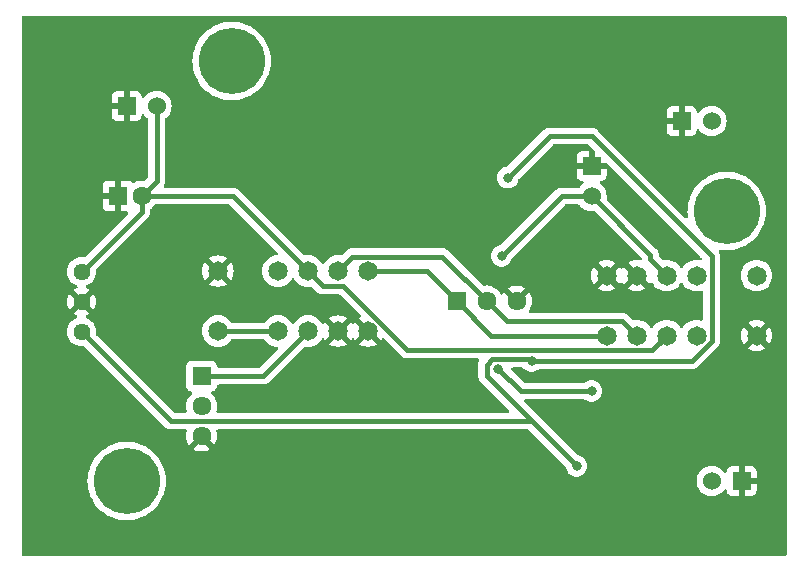
<source format=gbr>
%TF.GenerationSoftware,KiCad,Pcbnew,7.0.2*%
%TF.CreationDate,2023-06-01T11:44:41+02:00*%
%TF.ProjectId,AMS & IMD Reset,414d5320-2620-4494-9d44-205265736574,rev?*%
%TF.SameCoordinates,Original*%
%TF.FileFunction,Copper,L2,Bot*%
%TF.FilePolarity,Positive*%
%FSLAX46Y46*%
G04 Gerber Fmt 4.6, Leading zero omitted, Abs format (unit mm)*
G04 Created by KiCad (PCBNEW 7.0.2) date 2023-06-01 11:44:41*
%MOMM*%
%LPD*%
G01*
G04 APERTURE LIST*
%TA.AperFunction,ComponentPad*%
%ADD10C,5.600000*%
%TD*%
%TA.AperFunction,ComponentPad*%
%ADD11R,1.530000X1.530000*%
%TD*%
%TA.AperFunction,ComponentPad*%
%ADD12C,1.530000*%
%TD*%
%TA.AperFunction,ComponentPad*%
%ADD13R,1.610000X1.610000*%
%TD*%
%TA.AperFunction,ComponentPad*%
%ADD14C,1.610000*%
%TD*%
%TA.AperFunction,ComponentPad*%
%ADD15C,1.650000*%
%TD*%
%TA.AperFunction,ComponentPad*%
%ADD16R,1.600000X1.600000*%
%TD*%
%TA.AperFunction,ComponentPad*%
%ADD17C,1.600000*%
%TD*%
%TA.AperFunction,ComponentPad*%
%ADD18C,1.440000*%
%TD*%
%TA.AperFunction,ViaPad*%
%ADD19C,0.800000*%
%TD*%
%TA.AperFunction,Conductor*%
%ADD20C,0.400000*%
%TD*%
G04 APERTURE END LIST*
D10*
%TO.P,,1*%
%TO.N,N/C*%
X127000000Y-115290000D03*
%TD*%
%TO.P,,1*%
%TO.N,N/C*%
X177800000Y-92430000D03*
%TD*%
%TO.P,,1*%
%TO.N,N/C*%
X135890000Y-79730000D03*
%TD*%
D11*
%TO.P,J3,1,1*%
%TO.N,GND*%
X173990000Y-84810000D03*
D12*
%TO.P,J3,2,2*%
%TO.N,/SC in*%
X176530000Y-84810000D03*
%TD*%
D13*
%TO.P,J1,1,1*%
%TO.N,IMD Indicator*%
X133350000Y-106400000D03*
D14*
%TO.P,J1,2,2*%
%TO.N,OK_HS_IMD*%
X133350000Y-108940000D03*
%TO.P,J1,3,3*%
%TO.N,GND*%
X133350000Y-111480000D03*
%TD*%
D15*
%TO.P,K3,1,1*%
%TO.N,Net-(K3-Pad1)*%
X180340000Y-97891905D03*
%TO.P,K3,2,2*%
X175260000Y-97891905D03*
%TO.P,K3,3,3*%
%TO.N,AMS Status*%
X172720000Y-97891905D03*
%TO.P,K3,4,4*%
%TO.N,GND*%
X170180000Y-97891905D03*
%TO.P,K3,5,5*%
X167640000Y-97891905D03*
%TO.P,K3,6,6*%
%TO.N,/NO Button*%
X167640000Y-102971905D03*
%TO.P,K3,7,7*%
%TO.N,/C Button + LED*%
X170180000Y-102971905D03*
%TO.P,K3,8,8*%
%TO.N,+12V*%
X172720000Y-102971905D03*
%TO.P,K3,9,9*%
%TO.N,Net-(K3-Pad9)*%
X175260000Y-102971905D03*
%TO.P,K3,10,10*%
%TO.N,GND*%
X180340000Y-102971905D03*
%TD*%
D11*
%TO.P,J5,1,1*%
%TO.N,GND*%
X179070000Y-115290000D03*
D12*
%TO.P,J5,2,2*%
%TO.N,/SC out*%
X176530000Y-115290000D03*
%TD*%
D16*
%TO.P,C1,1*%
%TO.N,GND*%
X126270000Y-91160000D03*
D17*
%TO.P,C1,2*%
%TO.N,+12V*%
X128270000Y-91160000D03*
%TD*%
D11*
%TO.P,J6,1,1*%
%TO.N,GND*%
X166370000Y-88620000D03*
D12*
%TO.P,J6,2,2*%
%TO.N,AMS Status*%
X166370000Y-91160000D03*
%TD*%
D15*
%TO.P,K2,1,1*%
%TO.N,Net-(K2-Pad1)*%
X134731500Y-102590000D03*
%TO.P,K2,2,2*%
X139811500Y-102590000D03*
%TO.P,K2,3,3*%
%TO.N,IMD Indicator*%
X142351500Y-102590000D03*
%TO.P,K2,4,4*%
%TO.N,GND*%
X144891500Y-102590000D03*
%TO.P,K2,5,5*%
X147431500Y-102590000D03*
%TO.P,K2,6,6*%
%TO.N,/NO Button*%
X147431500Y-97510000D03*
%TO.P,K2,7,7*%
%TO.N,/C Button + LED*%
X144891500Y-97510000D03*
%TO.P,K2,8,8*%
%TO.N,+12V*%
X142351500Y-97510000D03*
%TO.P,K2,9,9*%
%TO.N,Net-(K2-Pad9)*%
X139811500Y-97510000D03*
%TO.P,K2,10,10*%
%TO.N,GND*%
X134731500Y-97510000D03*
%TD*%
D13*
%TO.P,J2,1,1*%
%TO.N,/NO Button*%
X154940000Y-100050000D03*
D14*
%TO.P,J2,2,2*%
%TO.N,/C Button + LED*%
X157480000Y-100050000D03*
%TO.P,J2,3,3*%
%TO.N,GND*%
X160020000Y-100050000D03*
%TD*%
D11*
%TO.P,J4,1,1*%
%TO.N,GND*%
X127000000Y-83540000D03*
D12*
%TO.P,J4,2,2*%
%TO.N,+12V*%
X129540000Y-83540000D03*
%TD*%
D18*
%TO.P,U1,1,+VIN*%
%TO.N,+12V*%
X123190000Y-97570000D03*
%TO.P,U1,2,GND*%
%TO.N,GND*%
X123190000Y-100110000D03*
%TO.P,U1,3,+VOUT*%
%TO.N,+5V*%
X123190000Y-102650000D03*
%TD*%
D19*
%TO.N,+5V*%
X161290000Y-105130000D03*
X165100000Y-114020000D03*
X159276000Y-89610000D03*
%TO.N,AMS Status*%
X158750000Y-96240000D03*
%TO.N,/Opto IMD*%
X166370000Y-107670000D03*
X158482000Y-105765000D03*
%TD*%
D20*
%TO.N,+5V*%
X176530000Y-103434317D02*
X174834317Y-105130000D01*
X176530000Y-96240000D02*
X176530000Y-103434317D01*
X174834317Y-105130000D02*
X161290000Y-105130000D01*
X166370000Y-86080000D02*
X176530000Y-96240000D01*
X162806000Y-86080000D02*
X166370000Y-86080000D01*
X159276000Y-89610000D02*
X162806000Y-86080000D01*
%TO.N,AMS Status*%
X171338500Y-96510405D02*
X172720000Y-97891905D01*
X171338500Y-96128500D02*
X171338500Y-96510405D01*
%TO.N,+12V*%
X171495000Y-104196905D02*
X172720000Y-102971905D01*
X150770817Y-104196905D02*
X171495000Y-104196905D01*
X145353912Y-98780000D02*
X150770817Y-104196905D01*
X143621500Y-98780000D02*
X145353912Y-98780000D01*
X142351500Y-97510000D02*
X143621500Y-98780000D01*
%TO.N,/C Button + LED*%
X159176905Y-101746905D02*
X168955000Y-101746905D01*
X157480000Y-100050000D02*
X159176905Y-101746905D01*
X168955000Y-101746905D02*
X170180000Y-102971905D01*
%TO.N,/NO Button*%
X157861905Y-102971905D02*
X167640000Y-102971905D01*
%TO.N,+5V*%
X157948629Y-104965000D02*
X161125000Y-104965000D01*
X161125000Y-104965000D02*
X161290000Y-105130000D01*
X157480000Y-105433629D02*
X157948629Y-104965000D01*
X157480000Y-106400000D02*
X157480000Y-105433629D01*
X161290000Y-110210000D02*
X157480000Y-106400000D01*
X161290000Y-110210000D02*
X165100000Y-114020000D01*
X130750000Y-110210000D02*
X161290000Y-110210000D01*
X123190000Y-102650000D02*
X130750000Y-110210000D01*
%TO.N,AMS Status*%
X163830000Y-91160000D02*
X158750000Y-96240000D01*
X166370000Y-91160000D02*
X163830000Y-91160000D01*
%TO.N,/Opto IMD*%
X160387000Y-107670000D02*
X166370000Y-107670000D01*
X158482000Y-105765000D02*
X160387000Y-107670000D01*
%TO.N,IMD Indicator*%
X138541500Y-106400000D02*
X142351500Y-102590000D01*
X133350000Y-106400000D02*
X138541500Y-106400000D01*
%TO.N,AMS Status*%
X166370000Y-91160000D02*
X171338500Y-96128500D01*
%TO.N,Net-(K2-Pad1)*%
X139811500Y-102590000D02*
X134731500Y-102590000D01*
%TO.N,/C Button + LED*%
X146116500Y-96285000D02*
X144891500Y-97510000D01*
X153715000Y-96285000D02*
X146116500Y-96285000D01*
X157480000Y-100050000D02*
X153715000Y-96285000D01*
%TO.N,/NO Button*%
X154940000Y-100050000D02*
X157861905Y-102971905D01*
X152400000Y-97510000D02*
X154940000Y-100050000D01*
X147431500Y-97510000D02*
X152400000Y-97510000D01*
%TO.N,+12V*%
X136001500Y-91160000D02*
X128270000Y-91160000D01*
X142351500Y-97510000D02*
X136001500Y-91160000D01*
X128270000Y-92490000D02*
X123190000Y-97570000D01*
X128270000Y-91160000D02*
X128270000Y-92490000D01*
X129540000Y-89890000D02*
X128270000Y-91160000D01*
X129540000Y-83540000D02*
X129540000Y-89890000D01*
%TD*%
%TA.AperFunction,Conductor*%
%TO.N,GND*%
G36*
X135723707Y-91888185D02*
G01*
X135744349Y-91904819D01*
X139806858Y-95967328D01*
X139840343Y-96028651D01*
X139835359Y-96098343D01*
X139793487Y-96154276D01*
X139729984Y-96178537D01*
X139579058Y-96191741D01*
X139353672Y-96252133D01*
X139142202Y-96350744D01*
X138951067Y-96484578D01*
X138786078Y-96649567D01*
X138652244Y-96840702D01*
X138553633Y-97052172D01*
X138493241Y-97277558D01*
X138472905Y-97510000D01*
X138493241Y-97742441D01*
X138553633Y-97967827D01*
X138637333Y-98147320D01*
X138652244Y-98179297D01*
X138786078Y-98370432D01*
X138951068Y-98535422D01*
X139142203Y-98669256D01*
X139353674Y-98767867D01*
X139579056Y-98828258D01*
X139811500Y-98848594D01*
X140043944Y-98828258D01*
X140269326Y-98767867D01*
X140480797Y-98669256D01*
X140671932Y-98535422D01*
X140836922Y-98370432D01*
X140970756Y-98179297D01*
X140970756Y-98179296D01*
X140976978Y-98170411D01*
X140978868Y-98171734D01*
X141015289Y-98130371D01*
X141082483Y-98111218D01*
X141149364Y-98131433D01*
X141184227Y-98171667D01*
X141186022Y-98170411D01*
X141192243Y-98179296D01*
X141192244Y-98179297D01*
X141326078Y-98370432D01*
X141491068Y-98535422D01*
X141682203Y-98669256D01*
X141893674Y-98767867D01*
X142119056Y-98828258D01*
X142351500Y-98848594D01*
X142594752Y-98827313D01*
X142594935Y-98829404D01*
X142650749Y-98830725D01*
X142700692Y-98861162D01*
X143102723Y-99263193D01*
X143107857Y-99268647D01*
X143148225Y-99314214D01*
X143198322Y-99348793D01*
X143204356Y-99353233D01*
X143252275Y-99390776D01*
X143261732Y-99395032D01*
X143281284Y-99406058D01*
X143289825Y-99411954D01*
X143346765Y-99433547D01*
X143353669Y-99436408D01*
X143409171Y-99461388D01*
X143419382Y-99463259D01*
X143440988Y-99469282D01*
X143450699Y-99472965D01*
X143511154Y-99480305D01*
X143518516Y-99481425D01*
X143578407Y-99492401D01*
X143634464Y-99489010D01*
X143639166Y-99488726D01*
X143646652Y-99488500D01*
X145009080Y-99488500D01*
X145076119Y-99508185D01*
X145096761Y-99524819D01*
X146807383Y-101235441D01*
X146840868Y-101296764D01*
X146835884Y-101366456D01*
X146794012Y-101422389D01*
X146772111Y-101435502D01*
X146766471Y-101438132D01*
X146688077Y-101493023D01*
X146688076Y-101493024D01*
X147259931Y-102064878D01*
X147143042Y-102115651D01*
X147025761Y-102211066D01*
X146938572Y-102334585D01*
X146908145Y-102420197D01*
X146334524Y-101846576D01*
X146334523Y-101846577D01*
X146279634Y-101924967D01*
X146273882Y-101937304D01*
X146227709Y-101989743D01*
X146160515Y-102008894D01*
X146093634Y-101988678D01*
X146049118Y-101937304D01*
X146043366Y-101924970D01*
X145988474Y-101846576D01*
X145417429Y-102417622D01*
X145414616Y-102404085D01*
X145345058Y-102269844D01*
X145241862Y-102159348D01*
X145112681Y-102080791D01*
X145061497Y-102066450D01*
X145634923Y-101493024D01*
X145634922Y-101493023D01*
X145556532Y-101438133D01*
X145346407Y-101340151D01*
X145122461Y-101280145D01*
X144891500Y-101259938D01*
X144660538Y-101280145D01*
X144436592Y-101340151D01*
X144226468Y-101438133D01*
X144148077Y-101493023D01*
X144148076Y-101493024D01*
X144719931Y-102064878D01*
X144603042Y-102115651D01*
X144485761Y-102211066D01*
X144398572Y-102334585D01*
X144368145Y-102420197D01*
X143794524Y-101846576D01*
X143794523Y-101846577D01*
X143739630Y-101924973D01*
X143738569Y-101927250D01*
X143735969Y-101930202D01*
X143733411Y-101933856D01*
X143733003Y-101933570D01*
X143692395Y-101979688D01*
X143625201Y-101998838D01*
X143558321Y-101978620D01*
X143513807Y-101927246D01*
X143510756Y-101920703D01*
X143376922Y-101729568D01*
X143211932Y-101564578D01*
X143020797Y-101430744D01*
X142990909Y-101416807D01*
X142809327Y-101332133D01*
X142583941Y-101271741D01*
X142351500Y-101251405D01*
X142119058Y-101271741D01*
X141893672Y-101332133D01*
X141682202Y-101430744D01*
X141491067Y-101564578D01*
X141326078Y-101729567D01*
X141186022Y-101929589D01*
X141184131Y-101928265D01*
X141147704Y-101969632D01*
X141080510Y-101988781D01*
X141013630Y-101968562D01*
X140978771Y-101928333D01*
X140976978Y-101929589D01*
X140929522Y-101861815D01*
X140836922Y-101729568D01*
X140671932Y-101564578D01*
X140480797Y-101430744D01*
X140450909Y-101416807D01*
X140269327Y-101332133D01*
X140043941Y-101271741D01*
X139811500Y-101251405D01*
X139579058Y-101271741D01*
X139353672Y-101332133D01*
X139142202Y-101430744D01*
X138951067Y-101564578D01*
X138786081Y-101729564D01*
X138786078Y-101729567D01*
X138786078Y-101729568D01*
X138716717Y-101828625D01*
X138662142Y-101872248D01*
X138615144Y-101881500D01*
X135927856Y-101881500D01*
X135860817Y-101861815D01*
X135826283Y-101828626D01*
X135756922Y-101729568D01*
X135591932Y-101564578D01*
X135400797Y-101430744D01*
X135370909Y-101416807D01*
X135189327Y-101332133D01*
X134963941Y-101271741D01*
X134731500Y-101251405D01*
X134499058Y-101271741D01*
X134273672Y-101332133D01*
X134062202Y-101430744D01*
X133871067Y-101564578D01*
X133706078Y-101729567D01*
X133572244Y-101920702D01*
X133473633Y-102132172D01*
X133413241Y-102357558D01*
X133392905Y-102590000D01*
X133413241Y-102822441D01*
X133473633Y-103047827D01*
X133535809Y-103181162D01*
X133572244Y-103259297D01*
X133706078Y-103450432D01*
X133871068Y-103615422D01*
X134062203Y-103749256D01*
X134273674Y-103847867D01*
X134499056Y-103908258D01*
X134731500Y-103928594D01*
X134963944Y-103908258D01*
X135189326Y-103847867D01*
X135400797Y-103749256D01*
X135591932Y-103615422D01*
X135756922Y-103450432D01*
X135826282Y-103351374D01*
X135880858Y-103307752D01*
X135927856Y-103298500D01*
X138615144Y-103298500D01*
X138682183Y-103318185D01*
X138716716Y-103351373D01*
X138786078Y-103450432D01*
X138951068Y-103615422D01*
X139142203Y-103749256D01*
X139353674Y-103847867D01*
X139579056Y-103908258D01*
X139729983Y-103921462D01*
X139795051Y-103946914D01*
X139836030Y-104003505D01*
X139839909Y-104073266D01*
X139806857Y-104132671D01*
X138284349Y-105655181D01*
X138223026Y-105688666D01*
X138196668Y-105691500D01*
X134787500Y-105691500D01*
X134720461Y-105671815D01*
X134674706Y-105619011D01*
X134663500Y-105567500D01*
X134663500Y-105549671D01*
X134663500Y-105546362D01*
X134656989Y-105485799D01*
X134656988Y-105485797D01*
X134656988Y-105485794D01*
X134605889Y-105348796D01*
X134518261Y-105231738D01*
X134401203Y-105144110D01*
X134264205Y-105093011D01*
X134206924Y-105086853D01*
X134206918Y-105086852D01*
X134203638Y-105086500D01*
X132496362Y-105086500D01*
X132493082Y-105086852D01*
X132493075Y-105086853D01*
X132435794Y-105093011D01*
X132298796Y-105144110D01*
X132181738Y-105231738D01*
X132094110Y-105348796D01*
X132043011Y-105485794D01*
X132036853Y-105543075D01*
X132036500Y-105546362D01*
X132036500Y-107253638D01*
X132036852Y-107256918D01*
X132036853Y-107256924D01*
X132043011Y-107314205D01*
X132094110Y-107451203D01*
X132181738Y-107568261D01*
X132298796Y-107655889D01*
X132435794Y-107706988D01*
X132435797Y-107706988D01*
X132435799Y-107706989D01*
X132441084Y-107707557D01*
X132505635Y-107734295D01*
X132545484Y-107791687D01*
X132547979Y-107861512D01*
X132512327Y-107921601D01*
X132504480Y-107927950D01*
X132339957Y-108092473D01*
X132208131Y-108280741D01*
X132110999Y-108489039D01*
X132051513Y-108711044D01*
X132031482Y-108939999D01*
X132051513Y-109168955D01*
X132098793Y-109345406D01*
X132097130Y-109415256D01*
X132057968Y-109473119D01*
X131993739Y-109500623D01*
X131979018Y-109501500D01*
X131094832Y-109501500D01*
X131027793Y-109481815D01*
X131007151Y-109465181D01*
X124445477Y-102903507D01*
X124411992Y-102842184D01*
X124409630Y-102805022D01*
X124423193Y-102650000D01*
X124404458Y-102435858D01*
X124348822Y-102228223D01*
X124257976Y-102033404D01*
X124233773Y-101998838D01*
X124134683Y-101857321D01*
X124090011Y-101812649D01*
X123982681Y-101705319D01*
X123806597Y-101582024D01*
X123769184Y-101564578D01*
X123604302Y-101487692D01*
X123551863Y-101441520D01*
X123532711Y-101374326D01*
X123552927Y-101307445D01*
X123604303Y-101262928D01*
X123802325Y-101170589D01*
X123858030Y-101131583D01*
X123296035Y-100569587D01*
X123323776Y-100565599D01*
X123446714Y-100509455D01*
X123548855Y-100420949D01*
X123621923Y-100307253D01*
X123648907Y-100215354D01*
X124211583Y-100778030D01*
X124250589Y-100722325D01*
X124340802Y-100528861D01*
X124396055Y-100322657D01*
X124414660Y-100110000D01*
X124396055Y-99897342D01*
X124340802Y-99691138D01*
X124250587Y-99497670D01*
X124211583Y-99441967D01*
X123648906Y-100004644D01*
X123621923Y-99912747D01*
X123548855Y-99799051D01*
X123446714Y-99710545D01*
X123323776Y-99654401D01*
X123296035Y-99650412D01*
X123858031Y-99088416D01*
X123858030Y-99088415D01*
X123802325Y-99049409D01*
X123604303Y-98957071D01*
X123551863Y-98910899D01*
X123532711Y-98843706D01*
X123552926Y-98776824D01*
X123604303Y-98732307D01*
X123637526Y-98716815D01*
X123806597Y-98637976D01*
X123982681Y-98514681D01*
X124134681Y-98362681D01*
X124257976Y-98186597D01*
X124348822Y-97991777D01*
X124404458Y-97784142D01*
X124423193Y-97570000D01*
X124417944Y-97510000D01*
X133401438Y-97510000D01*
X133421645Y-97740961D01*
X133481651Y-97964907D01*
X133579633Y-98175032D01*
X133634523Y-98253422D01*
X133634524Y-98253423D01*
X134205570Y-97682376D01*
X134208384Y-97695915D01*
X134277942Y-97830156D01*
X134381138Y-97940652D01*
X134510319Y-98019209D01*
X134561502Y-98033549D01*
X133988075Y-98606975D01*
X133988075Y-98606976D01*
X134066467Y-98661866D01*
X134276592Y-98759848D01*
X134500538Y-98819854D01*
X134731499Y-98840061D01*
X134962461Y-98819854D01*
X135186407Y-98759848D01*
X135396528Y-98661867D01*
X135474923Y-98606975D01*
X134903068Y-98035121D01*
X135019958Y-97984349D01*
X135137239Y-97888934D01*
X135224428Y-97765415D01*
X135254854Y-97679802D01*
X135828475Y-98253423D01*
X135883367Y-98175028D01*
X135981348Y-97964907D01*
X136041354Y-97740961D01*
X136061561Y-97510000D01*
X136041354Y-97279038D01*
X135981348Y-97055092D01*
X135883367Y-96844972D01*
X135828474Y-96766576D01*
X135257429Y-97337622D01*
X135254616Y-97324085D01*
X135185058Y-97189844D01*
X135081862Y-97079348D01*
X134952681Y-97000791D01*
X134901497Y-96986450D01*
X135474923Y-96413024D01*
X135474922Y-96413023D01*
X135396532Y-96358133D01*
X135186407Y-96260151D01*
X134962461Y-96200145D01*
X134731499Y-96179938D01*
X134500538Y-96200145D01*
X134276592Y-96260151D01*
X134066468Y-96358133D01*
X133988077Y-96413023D01*
X133988076Y-96413024D01*
X134559931Y-96984878D01*
X134443042Y-97035651D01*
X134325761Y-97131066D01*
X134238572Y-97254585D01*
X134208145Y-97340197D01*
X133634524Y-96766576D01*
X133634523Y-96766577D01*
X133579633Y-96844968D01*
X133481651Y-97055092D01*
X133421645Y-97279038D01*
X133401438Y-97510000D01*
X124417944Y-97510000D01*
X124409630Y-97414978D01*
X124423396Y-97346480D01*
X124445474Y-97316494D01*
X128753208Y-93008760D01*
X128758611Y-93003673D01*
X128804215Y-92963273D01*
X128838816Y-92913143D01*
X128843222Y-92907157D01*
X128880775Y-92859226D01*
X128885037Y-92849754D01*
X128896055Y-92830219D01*
X128901954Y-92821675D01*
X128908205Y-92805189D01*
X128923542Y-92764752D01*
X128926400Y-92757850D01*
X128951389Y-92702329D01*
X128953260Y-92692113D01*
X128959287Y-92670498D01*
X128961295Y-92665203D01*
X128962965Y-92660801D01*
X128970304Y-92600354D01*
X128971420Y-92593014D01*
X128982402Y-92533092D01*
X128978726Y-92472316D01*
X128978500Y-92464831D01*
X128978500Y-92403352D01*
X128978500Y-92325833D01*
X128998183Y-92258797D01*
X129031373Y-92224263D01*
X129114300Y-92166198D01*
X129276198Y-92004300D01*
X129334261Y-91921376D01*
X129388838Y-91877752D01*
X129435836Y-91868500D01*
X135656668Y-91868500D01*
X135723707Y-91888185D01*
G37*
%TD.AperFunction*%
%TA.AperFunction,Conductor*%
G36*
X148528475Y-103333423D02*
G01*
X148583364Y-103255033D01*
X148585991Y-103249400D01*
X148632160Y-103196957D01*
X148699353Y-103177801D01*
X148766235Y-103198012D01*
X148786058Y-103214116D01*
X150252040Y-104680098D01*
X150257174Y-104685552D01*
X150297543Y-104731120D01*
X150347649Y-104765706D01*
X150353674Y-104770139D01*
X150401592Y-104807680D01*
X150411057Y-104811939D01*
X150430604Y-104822965D01*
X150439142Y-104828859D01*
X150496086Y-104850454D01*
X150502963Y-104853303D01*
X150530884Y-104865870D01*
X150558487Y-104878294D01*
X150568697Y-104880165D01*
X150590321Y-104886193D01*
X150600016Y-104889870D01*
X150660448Y-104897207D01*
X150667828Y-104898330D01*
X150727725Y-104909307D01*
X150788498Y-104905631D01*
X150795986Y-104905405D01*
X156747451Y-104905405D01*
X156814490Y-104925090D01*
X156860245Y-104977894D01*
X156870189Y-105047052D01*
X156849504Y-105099840D01*
X156848045Y-105101953D01*
X156826457Y-105158874D01*
X156823593Y-105165790D01*
X156798610Y-105221300D01*
X156796738Y-105231518D01*
X156790714Y-105253125D01*
X156787035Y-105262825D01*
X156779696Y-105323261D01*
X156778569Y-105330660D01*
X156767597Y-105390534D01*
X156771274Y-105451303D01*
X156771500Y-105458790D01*
X156771500Y-106374837D01*
X156771274Y-106382324D01*
X156767597Y-106443095D01*
X156778569Y-106502970D01*
X156779696Y-106510369D01*
X156787035Y-106570802D01*
X156790713Y-106580500D01*
X156796738Y-106602111D01*
X156798611Y-106612329D01*
X156823597Y-106667848D01*
X156826463Y-106674766D01*
X156848047Y-106731677D01*
X156853941Y-106740216D01*
X156864964Y-106759760D01*
X156869224Y-106769225D01*
X156906761Y-106817137D01*
X156911200Y-106823170D01*
X156945782Y-106873270D01*
X156945784Y-106873272D01*
X156945785Y-106873273D01*
X156991370Y-106913658D01*
X156996805Y-106918775D01*
X159367849Y-109289819D01*
X159401334Y-109351142D01*
X159396350Y-109420834D01*
X159354478Y-109476767D01*
X159289014Y-109501184D01*
X159280168Y-109501500D01*
X134720982Y-109501500D01*
X134653943Y-109481815D01*
X134608188Y-109429011D01*
X134598244Y-109359853D01*
X134601207Y-109345406D01*
X134616101Y-109289819D01*
X134648486Y-109168958D01*
X134668517Y-108940000D01*
X134648486Y-108711042D01*
X134589001Y-108489041D01*
X134491869Y-108280742D01*
X134360043Y-108092474D01*
X134197526Y-107929957D01*
X134189855Y-107922286D01*
X134191571Y-107920569D01*
X134157421Y-107877845D01*
X134150227Y-107808347D01*
X134181750Y-107745992D01*
X134241980Y-107710578D01*
X134258913Y-107707557D01*
X134264201Y-107706989D01*
X134264203Y-107706988D01*
X134264205Y-107706988D01*
X134363371Y-107670000D01*
X134401204Y-107655889D01*
X134518261Y-107568261D01*
X134605889Y-107451204D01*
X134656989Y-107314201D01*
X134663500Y-107253638D01*
X134663500Y-107232499D01*
X134683185Y-107165461D01*
X134735989Y-107119706D01*
X134787500Y-107108500D01*
X138516337Y-107108500D01*
X138523824Y-107108726D01*
X138584593Y-107112402D01*
X138644494Y-107101424D01*
X138651864Y-107100303D01*
X138712301Y-107092965D01*
X138721998Y-107089287D01*
X138743624Y-107083259D01*
X138753829Y-107081389D01*
X138809350Y-107056400D01*
X138816252Y-107053542D01*
X138856689Y-107038205D01*
X138873175Y-107031954D01*
X138881719Y-107026055D01*
X138901254Y-107015037D01*
X138910726Y-107010775D01*
X138958662Y-106973217D01*
X138964643Y-106968816D01*
X139014773Y-106934215D01*
X139055173Y-106888611D01*
X139060260Y-106883208D01*
X142002308Y-103941160D01*
X142063629Y-103907677D01*
X142108123Y-103908737D01*
X142108248Y-103907313D01*
X142351499Y-103928594D01*
X142351499Y-103928593D01*
X142351500Y-103928594D01*
X142583944Y-103908258D01*
X142809326Y-103847867D01*
X143020797Y-103749256D01*
X143211932Y-103615422D01*
X143376922Y-103450432D01*
X143510756Y-103259297D01*
X143513807Y-103252753D01*
X143559978Y-103200315D01*
X143627171Y-103181162D01*
X143694053Y-103201377D01*
X143733058Y-103246391D01*
X143733411Y-103246145D01*
X143735793Y-103249547D01*
X143738571Y-103252753D01*
X143739633Y-103255032D01*
X143794523Y-103333422D01*
X143794524Y-103333423D01*
X144365570Y-102762376D01*
X144368384Y-102775915D01*
X144437942Y-102910156D01*
X144541138Y-103020652D01*
X144670319Y-103099209D01*
X144721502Y-103113549D01*
X144148075Y-103686975D01*
X144148075Y-103686976D01*
X144226467Y-103741866D01*
X144436592Y-103839848D01*
X144660538Y-103899854D01*
X144891500Y-103920061D01*
X145122461Y-103899854D01*
X145346407Y-103839848D01*
X145556528Y-103741867D01*
X145634923Y-103686975D01*
X145063068Y-103115121D01*
X145179958Y-103064349D01*
X145297239Y-102968934D01*
X145384428Y-102845415D01*
X145414854Y-102759802D01*
X145988475Y-103333423D01*
X146043365Y-103255031D01*
X146049117Y-103242698D01*
X146095290Y-103190258D01*
X146162483Y-103171106D01*
X146229364Y-103191321D01*
X146273883Y-103242698D01*
X146279635Y-103255034D01*
X146334523Y-103333422D01*
X146334523Y-103333423D01*
X146905570Y-102762374D01*
X146908384Y-102775915D01*
X146977942Y-102910156D01*
X147081138Y-103020652D01*
X147210319Y-103099209D01*
X147261500Y-103113549D01*
X146688075Y-103686974D01*
X146688076Y-103686976D01*
X146766467Y-103741866D01*
X146976592Y-103839848D01*
X147200538Y-103899854D01*
X147431499Y-103920061D01*
X147662461Y-103899854D01*
X147886407Y-103839848D01*
X148096528Y-103741867D01*
X148174923Y-103686975D01*
X147603068Y-103115121D01*
X147719958Y-103064349D01*
X147837239Y-102968934D01*
X147924428Y-102845415D01*
X147954854Y-102759802D01*
X148528475Y-103333423D01*
G37*
%TD.AperFunction*%
%TA.AperFunction,Conductor*%
G36*
X167673707Y-88389685D02*
G01*
X167694349Y-88406319D01*
X175669594Y-96381564D01*
X175703079Y-96442887D01*
X175698095Y-96512579D01*
X175656223Y-96568512D01*
X175590759Y-96592929D01*
X175549820Y-96589020D01*
X175492443Y-96573646D01*
X175260000Y-96553310D01*
X175027558Y-96573646D01*
X174802172Y-96634038D01*
X174590702Y-96732649D01*
X174399567Y-96866483D01*
X174234578Y-97031472D01*
X174094522Y-97231494D01*
X174092631Y-97230170D01*
X174056204Y-97271537D01*
X173989010Y-97290686D01*
X173922130Y-97270467D01*
X173887271Y-97230238D01*
X173885478Y-97231494D01*
X173856314Y-97189844D01*
X173745422Y-97031473D01*
X173580432Y-96866483D01*
X173389297Y-96732649D01*
X173368034Y-96722734D01*
X173177827Y-96634038D01*
X172952441Y-96573646D01*
X172720000Y-96553310D01*
X172476749Y-96574592D01*
X172476566Y-96572503D01*
X172420727Y-96571172D01*
X172370807Y-96540742D01*
X172083319Y-96253254D01*
X172049834Y-96191931D01*
X172047000Y-96165573D01*
X172047000Y-96153661D01*
X172047226Y-96146174D01*
X172050119Y-96098343D01*
X172050902Y-96085407D01*
X172039923Y-96025500D01*
X172038803Y-96018138D01*
X172031465Y-95957699D01*
X172027786Y-95948000D01*
X172021760Y-95926381D01*
X172019889Y-95916171D01*
X171994903Y-95860655D01*
X171992036Y-95853733D01*
X171973635Y-95805214D01*
X171970454Y-95796825D01*
X171964557Y-95788281D01*
X171953534Y-95768736D01*
X171949275Y-95759274D01*
X171913865Y-95714077D01*
X171911729Y-95711351D01*
X171907293Y-95705322D01*
X171905730Y-95703058D01*
X171893331Y-95685094D01*
X171872714Y-95655225D01*
X171827147Y-95614857D01*
X171821693Y-95609723D01*
X167667016Y-91455046D01*
X167633531Y-91393723D01*
X167631169Y-91356558D01*
X167648365Y-91159999D01*
X167628944Y-90938016D01*
X167628944Y-90938014D01*
X167571270Y-90722773D01*
X167477097Y-90520818D01*
X167349284Y-90338283D01*
X167191717Y-90180716D01*
X167091543Y-90110572D01*
X167047920Y-90055997D01*
X167040728Y-89986499D01*
X167072250Y-89924144D01*
X167132480Y-89888731D01*
X167162669Y-89885000D01*
X167179518Y-89885000D01*
X167186132Y-89884645D01*
X167242371Y-89878599D01*
X167377089Y-89828352D01*
X167492188Y-89742188D01*
X167578352Y-89627089D01*
X167628599Y-89492371D01*
X167634645Y-89436132D01*
X167635000Y-89429518D01*
X167635000Y-88870000D01*
X166815572Y-88870000D01*
X166838682Y-88834040D01*
X166880000Y-88693327D01*
X166880000Y-88546673D01*
X166838682Y-88405960D01*
X166815572Y-88370000D01*
X167606668Y-88370000D01*
X167673707Y-88389685D01*
G37*
%TD.AperFunction*%
%TA.AperFunction,Conductor*%
G36*
X182822539Y-75940185D02*
G01*
X182868294Y-75992989D01*
X182879500Y-76044500D01*
X182879500Y-121515500D01*
X182859815Y-121582539D01*
X182807011Y-121628294D01*
X182755500Y-121639500D01*
X118234500Y-121639500D01*
X118167461Y-121619815D01*
X118121706Y-121567011D01*
X118110500Y-121515500D01*
X118110500Y-115290000D01*
X123686641Y-115290000D01*
X123686822Y-115293338D01*
X123686822Y-115293356D01*
X123705881Y-115644878D01*
X123705882Y-115644894D01*
X123706064Y-115648237D01*
X123706606Y-115651547D01*
X123706607Y-115651550D01*
X123763561Y-115998960D01*
X123763563Y-115998972D01*
X123764105Y-116002274D01*
X123765001Y-116005503D01*
X123765004Y-116005514D01*
X123794492Y-116111719D01*
X123860085Y-116347961D01*
X123861329Y-116351084D01*
X123861330Y-116351086D01*
X123942435Y-116554645D01*
X123992877Y-116681243D01*
X123994447Y-116684205D01*
X123994452Y-116684215D01*
X124114356Y-116910377D01*
X124160925Y-116998215D01*
X124362258Y-117295159D01*
X124594516Y-117568595D01*
X124596947Y-117570898D01*
X124596953Y-117570904D01*
X124776533Y-117741011D01*
X124854977Y-117815317D01*
X125140586Y-118032431D01*
X125447995Y-118217393D01*
X125773599Y-118368033D01*
X126113583Y-118482587D01*
X126463958Y-118559711D01*
X126820618Y-118598500D01*
X126823976Y-118598500D01*
X127176024Y-118598500D01*
X127179382Y-118598500D01*
X127536042Y-118559711D01*
X127886417Y-118482587D01*
X128226401Y-118368033D01*
X128552005Y-118217393D01*
X128859414Y-118032431D01*
X129145023Y-117815317D01*
X129405484Y-117568595D01*
X129637742Y-117295159D01*
X129839075Y-116998215D01*
X130007123Y-116681243D01*
X130139915Y-116347961D01*
X130235895Y-116002274D01*
X130293936Y-115648237D01*
X130313359Y-115290000D01*
X175251634Y-115290000D01*
X175271055Y-115511983D01*
X175328731Y-115727230D01*
X175422902Y-115929183D01*
X175550715Y-116111716D01*
X175708283Y-116269284D01*
X175890816Y-116397097D01*
X176047485Y-116470151D01*
X176092773Y-116491270D01*
X176308014Y-116548944D01*
X176530000Y-116568365D01*
X176751986Y-116548944D01*
X176967227Y-116491270D01*
X177169183Y-116397097D01*
X177351717Y-116269284D01*
X177509284Y-116111717D01*
X177579427Y-116011543D01*
X177634003Y-115967920D01*
X177703501Y-115960728D01*
X177765856Y-115992250D01*
X177801269Y-116052480D01*
X177805000Y-116082669D01*
X177805000Y-116099518D01*
X177805354Y-116106132D01*
X177811400Y-116162371D01*
X177861647Y-116297089D01*
X177947811Y-116412188D01*
X178062910Y-116498352D01*
X178197628Y-116548599D01*
X178253867Y-116554645D01*
X178260482Y-116555000D01*
X178820000Y-116555000D01*
X178820000Y-115736494D01*
X178924839Y-115784373D01*
X179033527Y-115800000D01*
X179106473Y-115800000D01*
X179215161Y-115784373D01*
X179320000Y-115736494D01*
X179320000Y-116555000D01*
X179879518Y-116555000D01*
X179886132Y-116554645D01*
X179942371Y-116548599D01*
X180077089Y-116498352D01*
X180192188Y-116412188D01*
X180278352Y-116297089D01*
X180328599Y-116162371D01*
X180334645Y-116106132D01*
X180335000Y-116099518D01*
X180335000Y-115540000D01*
X179515572Y-115540000D01*
X179538682Y-115504040D01*
X179580000Y-115363327D01*
X179580000Y-115216673D01*
X179538682Y-115075960D01*
X179515572Y-115040000D01*
X180335000Y-115040000D01*
X180335000Y-114480481D01*
X180334645Y-114473867D01*
X180328599Y-114417628D01*
X180278352Y-114282910D01*
X180192188Y-114167811D01*
X180077089Y-114081647D01*
X179942371Y-114031400D01*
X179886132Y-114025354D01*
X179879518Y-114025000D01*
X179320000Y-114025000D01*
X179320000Y-114843505D01*
X179215161Y-114795627D01*
X179106473Y-114780000D01*
X179033527Y-114780000D01*
X178924839Y-114795627D01*
X178820000Y-114843505D01*
X178820000Y-114025000D01*
X178260482Y-114025000D01*
X178253867Y-114025354D01*
X178197628Y-114031400D01*
X178062910Y-114081647D01*
X177947811Y-114167811D01*
X177861647Y-114282910D01*
X177811400Y-114417628D01*
X177805354Y-114473867D01*
X177805000Y-114480481D01*
X177805000Y-114497331D01*
X177785315Y-114564370D01*
X177732511Y-114610125D01*
X177663353Y-114620069D01*
X177599797Y-114591044D01*
X177579427Y-114568457D01*
X177509284Y-114468283D01*
X177351717Y-114310716D01*
X177351716Y-114310715D01*
X177169183Y-114182902D01*
X176967230Y-114088731D01*
X176967227Y-114088730D01*
X176859606Y-114059893D01*
X176751983Y-114031055D01*
X176530000Y-114011634D01*
X176308016Y-114031055D01*
X176092771Y-114088730D01*
X175923183Y-114167811D01*
X175890818Y-114182903D01*
X175708283Y-114310716D01*
X175708279Y-114310719D01*
X175550719Y-114468279D01*
X175550716Y-114468282D01*
X175550716Y-114468283D01*
X175464758Y-114591044D01*
X175422902Y-114650820D01*
X175328730Y-114852771D01*
X175271055Y-115068016D01*
X175251634Y-115290000D01*
X130313359Y-115290000D01*
X130293936Y-114931763D01*
X130235895Y-114577726D01*
X130139915Y-114232039D01*
X130007123Y-113898757D01*
X129839075Y-113581785D01*
X129637742Y-113284841D01*
X129405484Y-113011405D01*
X129403051Y-113009100D01*
X129403046Y-113009095D01*
X129147453Y-112766985D01*
X129145023Y-112764683D01*
X128947434Y-112614480D01*
X128862082Y-112549597D01*
X128862080Y-112549595D01*
X128859414Y-112547569D01*
X128856540Y-112545840D01*
X128856536Y-112545837D01*
X128554887Y-112364341D01*
X128554886Y-112364340D01*
X128552005Y-112362607D01*
X128226401Y-112211967D01*
X128133957Y-112180819D01*
X127889591Y-112098482D01*
X127889583Y-112098479D01*
X127886417Y-112097413D01*
X127883150Y-112096694D01*
X127883147Y-112096693D01*
X127539323Y-112021011D01*
X127539319Y-112021010D01*
X127536042Y-112020289D01*
X127532706Y-112019926D01*
X127532699Y-112019925D01*
X127182720Y-111981863D01*
X127182719Y-111981862D01*
X127179382Y-111981500D01*
X126820618Y-111981500D01*
X126817281Y-111981862D01*
X126817279Y-111981863D01*
X126467300Y-112019925D01*
X126467290Y-112019926D01*
X126463958Y-112020289D01*
X126460683Y-112021009D01*
X126460676Y-112021011D01*
X126116852Y-112096693D01*
X126116844Y-112096695D01*
X126113583Y-112097413D01*
X126110421Y-112098478D01*
X126110408Y-112098482D01*
X125776786Y-112210893D01*
X125776783Y-112210894D01*
X125773599Y-112211967D01*
X125770550Y-112213377D01*
X125770544Y-112213380D01*
X125451050Y-112361193D01*
X125451040Y-112361197D01*
X125447995Y-112362607D01*
X125445121Y-112364336D01*
X125445112Y-112364341D01*
X125143463Y-112545837D01*
X125143450Y-112545845D01*
X125140586Y-112547569D01*
X125137928Y-112549589D01*
X125137917Y-112549597D01*
X124857636Y-112762661D01*
X124857628Y-112762667D01*
X124854977Y-112764683D01*
X124852553Y-112766978D01*
X124852546Y-112766985D01*
X124596953Y-113009095D01*
X124596938Y-113009110D01*
X124594516Y-113011405D01*
X124592353Y-113013950D01*
X124592342Y-113013963D01*
X124364431Y-113282282D01*
X124364425Y-113282289D01*
X124362258Y-113284841D01*
X124360378Y-113287613D01*
X124360371Y-113287623D01*
X124162815Y-113578996D01*
X124162807Y-113579008D01*
X124160925Y-113581785D01*
X124159350Y-113584755D01*
X124159348Y-113584759D01*
X123994452Y-113895784D01*
X123994443Y-113895801D01*
X123992877Y-113898757D01*
X123991636Y-113901869D01*
X123991632Y-113901880D01*
X123861330Y-114228913D01*
X123861327Y-114228921D01*
X123860085Y-114232039D01*
X123859185Y-114235277D01*
X123859185Y-114235280D01*
X123765004Y-114574485D01*
X123765000Y-114574500D01*
X123764105Y-114577726D01*
X123763564Y-114581023D01*
X123763561Y-114581039D01*
X123713108Y-114888794D01*
X123706064Y-114931763D01*
X123705882Y-114935103D01*
X123705881Y-114935121D01*
X123686822Y-115286643D01*
X123686822Y-115286661D01*
X123686641Y-115290000D01*
X118110500Y-115290000D01*
X118110500Y-102650000D01*
X121956806Y-102650000D01*
X121975541Y-102864139D01*
X122031178Y-103071778D01*
X122086922Y-103191321D01*
X122122024Y-103266597D01*
X122245319Y-103442681D01*
X122397319Y-103594681D01*
X122573403Y-103717976D01*
X122768223Y-103808822D01*
X122975858Y-103864458D01*
X123118619Y-103876948D01*
X123189999Y-103883193D01*
X123189999Y-103883192D01*
X123190000Y-103883193D01*
X123345020Y-103869630D01*
X123413518Y-103883396D01*
X123443507Y-103905477D01*
X130231223Y-110693193D01*
X130236357Y-110698647D01*
X130276726Y-110744215D01*
X130326832Y-110778801D01*
X130332857Y-110783234D01*
X130380775Y-110820775D01*
X130390240Y-110825034D01*
X130409787Y-110836060D01*
X130418325Y-110841954D01*
X130475269Y-110863549D01*
X130482146Y-110866398D01*
X130510067Y-110878965D01*
X130537670Y-110891389D01*
X130547880Y-110893260D01*
X130569504Y-110899288D01*
X130579199Y-110902965D01*
X130639631Y-110910302D01*
X130647011Y-110911425D01*
X130706908Y-110922402D01*
X130767681Y-110918726D01*
X130775169Y-110918500D01*
X131987818Y-110918500D01*
X132054857Y-110938185D01*
X132100612Y-110990989D01*
X132110556Y-111060147D01*
X132107593Y-111074594D01*
X132059916Y-111252525D01*
X132040014Y-111479999D01*
X132059916Y-111707474D01*
X132119017Y-111928042D01*
X132215519Y-112134990D01*
X132267384Y-112209062D01*
X132836755Y-111639691D01*
X132841151Y-111660845D01*
X132908812Y-111791425D01*
X133009194Y-111898907D01*
X133134851Y-111975322D01*
X133192170Y-111991381D01*
X132620936Y-112562614D01*
X132695009Y-112614480D01*
X132901957Y-112710982D01*
X133122525Y-112770083D01*
X133350000Y-112789985D01*
X133577474Y-112770083D01*
X133798042Y-112710982D01*
X134004991Y-112614480D01*
X134079061Y-112562614D01*
X133510166Y-111993719D01*
X133630591Y-111941412D01*
X133744673Y-111848599D01*
X133829485Y-111728449D01*
X133861610Y-111638057D01*
X134432614Y-112209061D01*
X134484480Y-112134991D01*
X134580982Y-111928042D01*
X134640083Y-111707474D01*
X134659985Y-111480000D01*
X134640083Y-111252525D01*
X134592407Y-111074594D01*
X134594070Y-111004744D01*
X134633232Y-110946881D01*
X134697461Y-110919377D01*
X134712182Y-110918500D01*
X160945168Y-110918500D01*
X161012207Y-110938185D01*
X161032849Y-110954819D01*
X164165836Y-114087806D01*
X164199321Y-114149129D01*
X164201475Y-114162518D01*
X164203618Y-114182903D01*
X164206458Y-114209929D01*
X164265472Y-114391556D01*
X164360957Y-114556941D01*
X164376754Y-114574485D01*
X164488747Y-114698866D01*
X164600418Y-114780000D01*
X164643248Y-114811118D01*
X164817714Y-114888795D01*
X165004511Y-114928500D01*
X165004513Y-114928500D01*
X165195489Y-114928500D01*
X165382285Y-114888795D01*
X165382286Y-114888794D01*
X165382288Y-114888794D01*
X165556752Y-114811118D01*
X165711253Y-114698866D01*
X165839040Y-114556944D01*
X165934527Y-114391556D01*
X165993542Y-114209928D01*
X166013504Y-114020000D01*
X165993542Y-113830072D01*
X165934527Y-113648444D01*
X165934527Y-113648443D01*
X165839042Y-113483058D01*
X165819442Y-113461291D01*
X165711253Y-113341134D01*
X165556752Y-113228882D01*
X165556751Y-113228881D01*
X165382285Y-113151204D01*
X165228852Y-113118591D01*
X165167370Y-113085398D01*
X165166952Y-113084982D01*
X161808775Y-109726805D01*
X161803658Y-109721370D01*
X161763273Y-109675785D01*
X161763272Y-109675784D01*
X161763270Y-109675782D01*
X161754729Y-109669887D01*
X161737489Y-109655519D01*
X160672151Y-108590181D01*
X160638666Y-108528858D01*
X160643650Y-108459166D01*
X160685522Y-108403233D01*
X160750986Y-108378816D01*
X160759832Y-108378500D01*
X165759244Y-108378500D01*
X165826283Y-108398185D01*
X165832130Y-108402182D01*
X165913248Y-108461118D01*
X166087714Y-108538795D01*
X166274511Y-108578500D01*
X166274513Y-108578500D01*
X166465489Y-108578500D01*
X166652285Y-108538795D01*
X166652286Y-108538794D01*
X166652288Y-108538794D01*
X166826752Y-108461118D01*
X166981253Y-108348866D01*
X167109040Y-108206944D01*
X167175130Y-108092474D01*
X167204527Y-108041556D01*
X167263027Y-107861512D01*
X167263542Y-107859928D01*
X167283504Y-107670000D01*
X167263542Y-107480072D01*
X167204527Y-107298444D01*
X167204527Y-107298443D01*
X167109042Y-107133058D01*
X167066032Y-107085291D01*
X166981253Y-106991134D01*
X166826752Y-106878882D01*
X166826751Y-106878881D01*
X166652285Y-106801204D01*
X166465489Y-106761500D01*
X166465487Y-106761500D01*
X166274513Y-106761500D01*
X166274511Y-106761500D01*
X166087714Y-106801204D01*
X165913248Y-106878881D01*
X165832130Y-106937818D01*
X165766324Y-106961298D01*
X165759244Y-106961500D01*
X160731832Y-106961500D01*
X160664793Y-106941815D01*
X160644151Y-106925181D01*
X159604151Y-105885181D01*
X159570666Y-105823858D01*
X159575650Y-105754166D01*
X159617522Y-105698233D01*
X159682986Y-105673816D01*
X159691832Y-105673500D01*
X160501655Y-105673500D01*
X160568694Y-105693185D01*
X160593803Y-105714527D01*
X160678747Y-105808866D01*
X160833248Y-105921117D01*
X160833248Y-105921118D01*
X161007714Y-105998795D01*
X161194511Y-106038500D01*
X161194513Y-106038500D01*
X161385489Y-106038500D01*
X161572285Y-105998795D01*
X161572286Y-105998794D01*
X161572288Y-105998794D01*
X161746752Y-105921118D01*
X161827869Y-105862182D01*
X161893676Y-105838702D01*
X161900756Y-105838500D01*
X174809154Y-105838500D01*
X174816641Y-105838726D01*
X174877410Y-105842402D01*
X174937311Y-105831424D01*
X174944681Y-105830303D01*
X175005118Y-105822965D01*
X175014815Y-105819287D01*
X175036441Y-105813259D01*
X175046646Y-105811389D01*
X175102167Y-105786400D01*
X175109069Y-105783542D01*
X175149506Y-105768205D01*
X175165992Y-105761954D01*
X175174536Y-105756055D01*
X175194071Y-105745037D01*
X175203543Y-105740775D01*
X175251479Y-105703217D01*
X175257460Y-105698816D01*
X175307590Y-105664215D01*
X175347990Y-105618611D01*
X175353077Y-105613208D01*
X177013208Y-103953077D01*
X177018611Y-103947990D01*
X177064215Y-103907590D01*
X177098816Y-103857460D01*
X177103222Y-103851474D01*
X177106049Y-103847866D01*
X177140775Y-103803543D01*
X177145037Y-103794071D01*
X177156055Y-103774536D01*
X177161954Y-103765992D01*
X177171103Y-103741867D01*
X177183542Y-103709069D01*
X177186400Y-103702167D01*
X177211389Y-103646646D01*
X177213260Y-103636430D01*
X177219287Y-103614815D01*
X177222965Y-103605118D01*
X177230304Y-103544671D01*
X177231420Y-103537331D01*
X177242402Y-103477409D01*
X177238726Y-103416633D01*
X177238500Y-103409147D01*
X177238500Y-102971905D01*
X179009938Y-102971905D01*
X179030145Y-103202866D01*
X179090151Y-103426812D01*
X179188133Y-103636937D01*
X179243023Y-103715327D01*
X179243024Y-103715328D01*
X179814070Y-103144281D01*
X179816884Y-103157820D01*
X179886442Y-103292061D01*
X179989638Y-103402557D01*
X180118819Y-103481114D01*
X180170002Y-103495454D01*
X179596575Y-104068880D01*
X179596575Y-104068881D01*
X179674967Y-104123771D01*
X179885092Y-104221753D01*
X180109038Y-104281759D01*
X180340000Y-104301966D01*
X180570961Y-104281759D01*
X180794907Y-104221753D01*
X181005028Y-104123772D01*
X181083423Y-104068880D01*
X180511568Y-103497026D01*
X180628458Y-103446254D01*
X180745739Y-103350839D01*
X180832928Y-103227320D01*
X180863354Y-103141707D01*
X181436975Y-103715328D01*
X181491867Y-103636933D01*
X181589848Y-103426812D01*
X181649854Y-103202866D01*
X181670061Y-102971905D01*
X181649854Y-102740943D01*
X181589848Y-102516997D01*
X181491867Y-102306877D01*
X181436974Y-102228481D01*
X180865929Y-102799527D01*
X180863116Y-102785990D01*
X180793558Y-102651749D01*
X180690362Y-102541253D01*
X180561181Y-102462696D01*
X180509997Y-102448355D01*
X181083423Y-101874929D01*
X181083422Y-101874928D01*
X181005032Y-101820038D01*
X180794907Y-101722056D01*
X180570961Y-101662050D01*
X180340000Y-101641843D01*
X180109038Y-101662050D01*
X179885092Y-101722056D01*
X179674968Y-101820038D01*
X179596577Y-101874928D01*
X179596576Y-101874929D01*
X180168431Y-102446783D01*
X180051542Y-102497556D01*
X179934261Y-102592971D01*
X179847072Y-102716490D01*
X179816645Y-102802102D01*
X179243024Y-102228481D01*
X179243023Y-102228482D01*
X179188133Y-102306873D01*
X179090151Y-102516997D01*
X179030145Y-102740943D01*
X179009938Y-102971905D01*
X177238500Y-102971905D01*
X177238500Y-97891904D01*
X179001405Y-97891904D01*
X179021741Y-98124346D01*
X179082133Y-98349732D01*
X179173002Y-98544599D01*
X179180744Y-98561202D01*
X179314578Y-98752337D01*
X179479568Y-98917327D01*
X179670703Y-99051161D01*
X179882174Y-99149772D01*
X180107556Y-99210163D01*
X180262518Y-99223720D01*
X180339999Y-99230499D01*
X180339999Y-99230498D01*
X180340000Y-99230499D01*
X180572444Y-99210163D01*
X180797826Y-99149772D01*
X181009297Y-99051161D01*
X181200432Y-98917327D01*
X181365422Y-98752337D01*
X181499256Y-98561202D01*
X181597867Y-98349731D01*
X181658258Y-98124349D01*
X181678594Y-97891905D01*
X181658258Y-97659461D01*
X181597867Y-97434079D01*
X181499256Y-97222608D01*
X181365422Y-97031473D01*
X181200432Y-96866483D01*
X181009297Y-96732649D01*
X180988034Y-96722734D01*
X180797827Y-96634038D01*
X180572441Y-96573646D01*
X180340000Y-96553310D01*
X180107558Y-96573646D01*
X179882172Y-96634038D01*
X179670702Y-96732649D01*
X179479567Y-96866483D01*
X179314578Y-97031472D01*
X179180744Y-97222607D01*
X179082133Y-97434077D01*
X179021741Y-97659463D01*
X179001405Y-97891904D01*
X177238500Y-97891904D01*
X177238500Y-96265168D01*
X177238726Y-96257681D01*
X177238994Y-96253254D01*
X177242402Y-96196908D01*
X177231425Y-96137011D01*
X177230301Y-96129621D01*
X177222965Y-96069199D01*
X177219286Y-96059500D01*
X177213260Y-96037881D01*
X177211389Y-96027671D01*
X177186403Y-95972155D01*
X177183536Y-95965233D01*
X177177001Y-95948001D01*
X177161954Y-95908325D01*
X177156057Y-95899781D01*
X177145039Y-95880249D01*
X177142416Y-95874421D01*
X177132846Y-95805214D01*
X177162212Y-95741815D01*
X177221192Y-95704357D01*
X177268889Y-95700247D01*
X177620618Y-95738500D01*
X177623976Y-95738500D01*
X177976024Y-95738500D01*
X177979382Y-95738500D01*
X178336042Y-95699711D01*
X178686417Y-95622587D01*
X179026401Y-95508033D01*
X179352005Y-95357393D01*
X179659414Y-95172431D01*
X179945023Y-94955317D01*
X180205484Y-94708595D01*
X180437742Y-94435159D01*
X180639075Y-94138215D01*
X180807123Y-93821243D01*
X180939915Y-93487961D01*
X181035895Y-93142274D01*
X181093936Y-92788237D01*
X181113359Y-92430000D01*
X181093936Y-92071763D01*
X181035895Y-91717726D01*
X180939915Y-91372039D01*
X180807123Y-91038757D01*
X180639075Y-90721785D01*
X180437742Y-90424841D01*
X180230381Y-90180716D01*
X180207657Y-90153963D01*
X180207654Y-90153960D01*
X180205484Y-90151405D01*
X180203051Y-90149100D01*
X180203046Y-90149095D01*
X179947453Y-89906985D01*
X179945023Y-89904683D01*
X179659414Y-89687569D01*
X179656540Y-89685840D01*
X179656536Y-89685837D01*
X179354887Y-89504341D01*
X179354886Y-89504340D01*
X179352005Y-89502607D01*
X179026401Y-89351967D01*
X178933957Y-89320819D01*
X178689591Y-89238482D01*
X178689583Y-89238479D01*
X178686417Y-89237413D01*
X178683150Y-89236694D01*
X178683147Y-89236693D01*
X178339323Y-89161011D01*
X178339319Y-89161010D01*
X178336042Y-89160289D01*
X178332706Y-89159926D01*
X178332699Y-89159925D01*
X177982720Y-89121863D01*
X177982719Y-89121862D01*
X177979382Y-89121500D01*
X177620618Y-89121500D01*
X177617281Y-89121862D01*
X177617279Y-89121863D01*
X177267300Y-89159925D01*
X177267290Y-89159926D01*
X177263958Y-89160289D01*
X177260683Y-89161009D01*
X177260676Y-89161011D01*
X176916852Y-89236693D01*
X176916844Y-89236695D01*
X176913583Y-89237413D01*
X176910421Y-89238478D01*
X176910408Y-89238482D01*
X176576786Y-89350893D01*
X176576783Y-89350894D01*
X176573599Y-89351967D01*
X176570550Y-89353377D01*
X176570544Y-89353380D01*
X176251050Y-89501193D01*
X176251040Y-89501197D01*
X176247995Y-89502607D01*
X176245121Y-89504336D01*
X176245112Y-89504341D01*
X175943463Y-89685837D01*
X175943450Y-89685845D01*
X175940586Y-89687569D01*
X175937928Y-89689589D01*
X175937917Y-89689597D01*
X175657636Y-89902661D01*
X175657628Y-89902667D01*
X175654977Y-89904683D01*
X175652553Y-89906978D01*
X175652546Y-89906985D01*
X175396953Y-90149095D01*
X175396938Y-90149110D01*
X175394516Y-90151405D01*
X175392353Y-90153950D01*
X175392342Y-90153963D01*
X175164431Y-90422282D01*
X175164425Y-90422289D01*
X175162258Y-90424841D01*
X175160378Y-90427613D01*
X175160371Y-90427623D01*
X174962815Y-90718996D01*
X174962807Y-90719008D01*
X174960925Y-90721785D01*
X174959350Y-90724755D01*
X174959348Y-90724759D01*
X174794452Y-91035784D01*
X174794443Y-91035801D01*
X174792877Y-91038757D01*
X174791636Y-91041869D01*
X174791632Y-91041880D01*
X174661330Y-91368913D01*
X174661327Y-91368921D01*
X174660085Y-91372039D01*
X174659185Y-91375277D01*
X174659185Y-91375280D01*
X174565004Y-91714485D01*
X174565000Y-91714500D01*
X174564105Y-91717726D01*
X174563564Y-91721023D01*
X174563561Y-91721039D01*
X174506784Y-92067371D01*
X174506064Y-92071763D01*
X174505882Y-92075103D01*
X174505881Y-92075121D01*
X174490367Y-92361270D01*
X174486641Y-92430000D01*
X174486823Y-92433356D01*
X174505881Y-92784878D01*
X174505882Y-92784894D01*
X174506064Y-92788237D01*
X174506605Y-92791541D01*
X174506607Y-92791553D01*
X174527254Y-92917495D01*
X174518674Y-92986835D01*
X174473968Y-93040530D01*
X174407329Y-93061531D01*
X174339915Y-93043170D01*
X174317206Y-93025236D01*
X166911488Y-85619518D01*
X172725000Y-85619518D01*
X172725354Y-85626132D01*
X172731400Y-85682371D01*
X172781647Y-85817089D01*
X172867811Y-85932188D01*
X172982910Y-86018352D01*
X173117628Y-86068599D01*
X173173867Y-86074645D01*
X173180482Y-86075000D01*
X173740000Y-86075000D01*
X173740000Y-85256494D01*
X173844839Y-85304373D01*
X173953527Y-85320000D01*
X174026473Y-85320000D01*
X174135161Y-85304373D01*
X174240000Y-85256494D01*
X174240000Y-86075000D01*
X174799518Y-86075000D01*
X174806132Y-86074645D01*
X174862371Y-86068599D01*
X174997089Y-86018352D01*
X175112188Y-85932188D01*
X175198352Y-85817089D01*
X175248599Y-85682371D01*
X175254645Y-85626132D01*
X175255000Y-85619518D01*
X175255000Y-85602669D01*
X175274685Y-85535630D01*
X175327489Y-85489875D01*
X175396647Y-85479931D01*
X175460203Y-85508956D01*
X175480570Y-85531540D01*
X175550716Y-85631717D01*
X175550718Y-85631718D01*
X175550718Y-85631719D01*
X175708283Y-85789284D01*
X175890816Y-85917097D01*
X176047484Y-85990151D01*
X176092773Y-86011270D01*
X176308014Y-86068944D01*
X176530000Y-86088365D01*
X176751986Y-86068944D01*
X176967227Y-86011270D01*
X177169183Y-85917097D01*
X177351717Y-85789284D01*
X177509284Y-85631717D01*
X177637097Y-85449183D01*
X177731270Y-85247227D01*
X177788944Y-85031986D01*
X177808365Y-84810000D01*
X177788944Y-84588014D01*
X177731270Y-84372773D01*
X177637097Y-84170818D01*
X177509284Y-83988283D01*
X177351717Y-83830716D01*
X177351716Y-83830715D01*
X177169183Y-83702902D01*
X176967230Y-83608731D01*
X176967227Y-83608730D01*
X176859606Y-83579892D01*
X176751983Y-83551055D01*
X176530000Y-83531634D01*
X176308016Y-83551055D01*
X176092771Y-83608730D01*
X175923183Y-83687811D01*
X175890818Y-83702903D01*
X175708283Y-83830716D01*
X175708279Y-83830719D01*
X175550718Y-83988280D01*
X175550715Y-83988283D01*
X175550716Y-83988283D01*
X175480573Y-84088455D01*
X175425997Y-84132080D01*
X175356499Y-84139272D01*
X175294144Y-84107750D01*
X175258731Y-84047520D01*
X175255000Y-84017331D01*
X175255000Y-84000481D01*
X175254645Y-83993867D01*
X175248599Y-83937628D01*
X175198352Y-83802910D01*
X175112188Y-83687811D01*
X174997089Y-83601647D01*
X174862371Y-83551400D01*
X174806132Y-83545354D01*
X174799518Y-83545000D01*
X174240000Y-83545000D01*
X174240000Y-84363505D01*
X174135161Y-84315627D01*
X174026473Y-84300000D01*
X173953527Y-84300000D01*
X173844839Y-84315627D01*
X173740000Y-84363505D01*
X173740000Y-83545000D01*
X173180482Y-83545000D01*
X173173867Y-83545354D01*
X173117628Y-83551400D01*
X172982910Y-83601647D01*
X172867811Y-83687811D01*
X172781647Y-83802910D01*
X172731400Y-83937628D01*
X172725354Y-83993867D01*
X172725000Y-84000481D01*
X172725000Y-84560000D01*
X173544428Y-84560000D01*
X173521318Y-84595960D01*
X173480000Y-84736673D01*
X173480000Y-84883327D01*
X173521318Y-85024040D01*
X173544428Y-85060000D01*
X172725000Y-85060000D01*
X172725000Y-85619518D01*
X166911488Y-85619518D01*
X166888775Y-85596805D01*
X166883658Y-85591370D01*
X166843273Y-85545785D01*
X166843272Y-85545784D01*
X166843270Y-85545782D01*
X166793170Y-85511200D01*
X166787137Y-85506761D01*
X166739225Y-85469224D01*
X166729760Y-85464964D01*
X166710216Y-85453941D01*
X166701677Y-85448047D01*
X166701675Y-85448046D01*
X166644767Y-85426463D01*
X166637848Y-85423597D01*
X166582329Y-85398611D01*
X166572111Y-85396738D01*
X166550500Y-85390713D01*
X166540802Y-85387035D01*
X166480369Y-85379696D01*
X166472970Y-85378569D01*
X166413095Y-85367597D01*
X166352324Y-85371274D01*
X166344837Y-85371500D01*
X162831169Y-85371500D01*
X162823682Y-85371274D01*
X162762905Y-85367597D01*
X162703030Y-85378569D01*
X162695631Y-85379695D01*
X162635200Y-85387034D01*
X162625496Y-85390714D01*
X162603889Y-85396738D01*
X162593671Y-85398610D01*
X162538161Y-85423593D01*
X162531245Y-85426457D01*
X162474325Y-85448045D01*
X162465775Y-85453946D01*
X162446240Y-85464964D01*
X162436773Y-85469225D01*
X162388856Y-85506765D01*
X162382827Y-85511201D01*
X162332728Y-85545783D01*
X162292357Y-85591352D01*
X162287224Y-85596804D01*
X159209047Y-88674982D01*
X159147724Y-88708467D01*
X159147148Y-88708591D01*
X158993713Y-88741205D01*
X158819248Y-88818881D01*
X158664748Y-88931133D01*
X158536957Y-89073058D01*
X158441472Y-89238443D01*
X158382458Y-89420070D01*
X158362496Y-89609999D01*
X158382458Y-89799929D01*
X158441472Y-89981556D01*
X158536957Y-90146941D01*
X158543135Y-90153802D01*
X158664747Y-90288866D01*
X158815815Y-90398624D01*
X158819248Y-90401118D01*
X158993714Y-90478795D01*
X159180511Y-90518500D01*
X159180513Y-90518500D01*
X159371489Y-90518500D01*
X159558285Y-90478795D01*
X159558286Y-90478794D01*
X159558288Y-90478794D01*
X159732752Y-90401118D01*
X159887253Y-90288866D01*
X160015040Y-90146944D01*
X160047800Y-90090203D01*
X160110527Y-89981556D01*
X160169542Y-89799929D01*
X160174523Y-89752528D01*
X160201105Y-89687912D01*
X160210154Y-89677814D01*
X163063150Y-86824819D01*
X163124474Y-86791334D01*
X163150832Y-86788500D01*
X166025168Y-86788500D01*
X166092207Y-86808185D01*
X166112849Y-86824819D01*
X166583681Y-87295651D01*
X166617166Y-87356974D01*
X166620000Y-87383332D01*
X166620000Y-88173505D01*
X166515161Y-88125627D01*
X166406473Y-88110000D01*
X166333527Y-88110000D01*
X166224839Y-88125627D01*
X166120000Y-88173505D01*
X166120000Y-87355000D01*
X165560482Y-87355000D01*
X165553867Y-87355354D01*
X165497628Y-87361400D01*
X165362910Y-87411647D01*
X165247811Y-87497811D01*
X165161647Y-87612910D01*
X165111400Y-87747628D01*
X165105354Y-87803867D01*
X165105000Y-87810481D01*
X165105000Y-88370000D01*
X165924428Y-88370000D01*
X165901318Y-88405960D01*
X165860000Y-88546673D01*
X165860000Y-88693327D01*
X165901318Y-88834040D01*
X165924428Y-88870000D01*
X165105000Y-88870000D01*
X165105000Y-89429518D01*
X165105354Y-89436132D01*
X165111400Y-89492371D01*
X165161647Y-89627089D01*
X165247811Y-89742188D01*
X165362910Y-89828352D01*
X165497628Y-89878599D01*
X165553867Y-89884645D01*
X165560482Y-89885000D01*
X165577331Y-89885000D01*
X165644370Y-89904685D01*
X165690125Y-89957489D01*
X165700069Y-90026647D01*
X165671044Y-90090203D01*
X165648457Y-90110572D01*
X165590143Y-90151405D01*
X165548280Y-90180718D01*
X165390715Y-90338283D01*
X165348464Y-90398624D01*
X165293887Y-90442249D01*
X165246890Y-90451500D01*
X163855169Y-90451500D01*
X163847682Y-90451274D01*
X163786905Y-90447597D01*
X163727030Y-90458569D01*
X163719631Y-90459695D01*
X163659200Y-90467034D01*
X163649496Y-90470714D01*
X163627889Y-90476738D01*
X163617671Y-90478610D01*
X163562161Y-90503593D01*
X163555245Y-90506457D01*
X163498325Y-90528045D01*
X163489775Y-90533946D01*
X163470240Y-90544964D01*
X163460773Y-90549225D01*
X163412856Y-90586765D01*
X163406827Y-90591201D01*
X163356728Y-90625783D01*
X163316357Y-90671352D01*
X163311224Y-90676804D01*
X158683047Y-95304982D01*
X158621724Y-95338467D01*
X158621148Y-95338591D01*
X158467713Y-95371205D01*
X158293248Y-95448881D01*
X158138748Y-95561133D01*
X158010957Y-95703058D01*
X157915472Y-95868443D01*
X157856458Y-96050070D01*
X157836496Y-96240000D01*
X157856458Y-96429929D01*
X157915472Y-96611556D01*
X158010957Y-96776941D01*
X158015210Y-96781664D01*
X158138747Y-96918866D01*
X158283667Y-97024157D01*
X158293248Y-97031118D01*
X158467714Y-97108795D01*
X158654511Y-97148500D01*
X158654513Y-97148500D01*
X158845489Y-97148500D01*
X159032285Y-97108795D01*
X159032286Y-97108794D01*
X159032288Y-97108794D01*
X159206752Y-97031118D01*
X159361253Y-96918866D01*
X159489040Y-96776944D01*
X159495026Y-96766577D01*
X159584527Y-96611556D01*
X159643542Y-96429929D01*
X159648523Y-96382528D01*
X159675105Y-96317912D01*
X159684154Y-96307814D01*
X164087150Y-91904819D01*
X164148474Y-91871334D01*
X164174832Y-91868500D01*
X165246890Y-91868500D01*
X165313929Y-91888185D01*
X165348464Y-91921376D01*
X165390715Y-91981716D01*
X165548283Y-92139284D01*
X165730816Y-92267097D01*
X165838238Y-92317188D01*
X165932773Y-92361270D01*
X166148014Y-92418944D01*
X166296004Y-92431891D01*
X166369999Y-92438365D01*
X166369999Y-92438364D01*
X166370000Y-92438365D01*
X166427254Y-92433356D01*
X166566558Y-92421169D01*
X166635058Y-92434936D01*
X166665046Y-92457016D01*
X170593681Y-96385651D01*
X170627166Y-96446974D01*
X170630000Y-96473332D01*
X170630000Y-96479141D01*
X170610315Y-96546180D01*
X170557511Y-96591935D01*
X170488353Y-96601879D01*
X170473907Y-96598916D01*
X170410961Y-96582050D01*
X170179999Y-96561843D01*
X169949038Y-96582050D01*
X169725092Y-96642056D01*
X169514968Y-96740038D01*
X169436577Y-96794928D01*
X169436576Y-96794929D01*
X170008431Y-97366783D01*
X169891542Y-97417556D01*
X169774261Y-97512971D01*
X169687072Y-97636490D01*
X169656645Y-97722102D01*
X169083024Y-97148481D01*
X169083023Y-97148482D01*
X169028134Y-97226872D01*
X169022382Y-97239209D01*
X168976209Y-97291648D01*
X168909015Y-97310799D01*
X168842134Y-97290583D01*
X168797618Y-97239209D01*
X168791866Y-97226875D01*
X168736974Y-97148481D01*
X168165929Y-97719527D01*
X168163116Y-97705990D01*
X168093558Y-97571749D01*
X167990362Y-97461253D01*
X167861181Y-97382696D01*
X167809995Y-97368354D01*
X168383423Y-96794928D01*
X168305032Y-96740038D01*
X168094907Y-96642056D01*
X167870961Y-96582050D01*
X167640000Y-96561843D01*
X167409038Y-96582050D01*
X167185092Y-96642056D01*
X166974968Y-96740038D01*
X166896576Y-96794928D01*
X166896576Y-96794929D01*
X167468431Y-97366783D01*
X167351542Y-97417556D01*
X167234261Y-97512971D01*
X167147072Y-97636490D01*
X167116645Y-97722102D01*
X166543024Y-97148481D01*
X166543023Y-97148481D01*
X166488133Y-97226873D01*
X166390151Y-97436997D01*
X166330145Y-97660943D01*
X166309938Y-97891904D01*
X166330145Y-98122866D01*
X166390151Y-98346812D01*
X166488133Y-98556937D01*
X166543023Y-98635327D01*
X166543023Y-98635328D01*
X167114070Y-98064280D01*
X167116884Y-98077820D01*
X167186442Y-98212061D01*
X167289638Y-98322557D01*
X167418819Y-98401114D01*
X167470002Y-98415454D01*
X166896575Y-98988880D01*
X166896575Y-98988881D01*
X166974967Y-99043771D01*
X167185092Y-99141753D01*
X167409038Y-99201759D01*
X167640000Y-99221966D01*
X167870961Y-99201759D01*
X168094907Y-99141753D01*
X168305028Y-99043772D01*
X168383423Y-98988880D01*
X167811568Y-98417026D01*
X167928458Y-98366254D01*
X168045739Y-98270839D01*
X168132928Y-98147320D01*
X168163354Y-98061707D01*
X168736975Y-98635328D01*
X168791867Y-98556934D01*
X168797615Y-98544607D01*
X168843785Y-98492166D01*
X168910977Y-98473011D01*
X168977859Y-98493224D01*
X169022380Y-98544599D01*
X169028133Y-98556937D01*
X169083023Y-98635327D01*
X169083024Y-98635328D01*
X169654070Y-98064281D01*
X169656884Y-98077820D01*
X169726442Y-98212061D01*
X169829638Y-98322557D01*
X169958819Y-98401114D01*
X170010002Y-98415454D01*
X169436575Y-98988880D01*
X169436575Y-98988881D01*
X169514967Y-99043771D01*
X169725092Y-99141753D01*
X169949038Y-99201759D01*
X170180000Y-99221966D01*
X170410961Y-99201759D01*
X170634907Y-99141753D01*
X170845028Y-99043772D01*
X170923423Y-98988880D01*
X170351568Y-98417026D01*
X170468458Y-98366254D01*
X170585739Y-98270839D01*
X170672928Y-98147320D01*
X170703354Y-98061707D01*
X171276975Y-98635328D01*
X171331864Y-98556938D01*
X171332924Y-98554666D01*
X171335522Y-98551714D01*
X171338089Y-98548049D01*
X171338497Y-98548335D01*
X171379093Y-98502223D01*
X171446285Y-98483067D01*
X171513168Y-98503278D01*
X171557690Y-98554654D01*
X171560742Y-98561200D01*
X171669178Y-98716062D01*
X171694578Y-98752337D01*
X171859568Y-98917327D01*
X172050703Y-99051161D01*
X172262174Y-99149772D01*
X172487556Y-99210163D01*
X172720000Y-99230499D01*
X172952444Y-99210163D01*
X173177826Y-99149772D01*
X173389297Y-99051161D01*
X173580432Y-98917327D01*
X173745422Y-98752337D01*
X173879256Y-98561202D01*
X173879257Y-98561200D01*
X173885478Y-98552316D01*
X173887368Y-98553639D01*
X173923789Y-98512276D01*
X173990983Y-98493123D01*
X174057864Y-98513338D01*
X174092727Y-98553572D01*
X174094522Y-98552316D01*
X174100743Y-98561200D01*
X174100744Y-98561202D01*
X174234578Y-98752337D01*
X174399568Y-98917327D01*
X174590703Y-99051161D01*
X174802174Y-99149772D01*
X175027556Y-99210163D01*
X175182518Y-99223720D01*
X175259999Y-99230499D01*
X175259999Y-99230498D01*
X175260000Y-99230499D01*
X175492444Y-99210163D01*
X175665409Y-99163817D01*
X175735256Y-99165480D01*
X175793118Y-99204642D01*
X175820623Y-99268870D01*
X175821500Y-99283592D01*
X175821500Y-101580217D01*
X175801815Y-101647256D01*
X175749011Y-101693011D01*
X175679853Y-101702955D01*
X175665406Y-101699992D01*
X175492441Y-101653646D01*
X175259999Y-101633310D01*
X175027558Y-101653646D01*
X174802172Y-101714038D01*
X174590702Y-101812649D01*
X174399567Y-101946483D01*
X174234578Y-102111472D01*
X174094522Y-102311494D01*
X174092631Y-102310170D01*
X174056204Y-102351537D01*
X173989010Y-102370686D01*
X173922130Y-102350467D01*
X173887271Y-102310238D01*
X173885478Y-102311494D01*
X173851806Y-102263405D01*
X173745422Y-102111473D01*
X173580432Y-101946483D01*
X173389297Y-101812649D01*
X173281500Y-101762382D01*
X173177827Y-101714038D01*
X172952441Y-101653646D01*
X172719999Y-101633310D01*
X172487558Y-101653646D01*
X172262172Y-101714038D01*
X172050702Y-101812649D01*
X171859567Y-101946483D01*
X171694578Y-102111472D01*
X171554522Y-102311494D01*
X171552631Y-102310170D01*
X171516204Y-102351537D01*
X171449010Y-102370686D01*
X171382130Y-102350467D01*
X171347271Y-102310238D01*
X171345478Y-102311494D01*
X171311806Y-102263405D01*
X171205422Y-102111473D01*
X171040432Y-101946483D01*
X170849297Y-101812649D01*
X170741500Y-101762382D01*
X170637827Y-101714038D01*
X170412441Y-101653646D01*
X170180000Y-101633310D01*
X169936749Y-101654592D01*
X169936566Y-101652503D01*
X169880727Y-101651172D01*
X169830807Y-101620742D01*
X169473775Y-101263710D01*
X169468658Y-101258275D01*
X169428273Y-101212690D01*
X169428272Y-101212689D01*
X169428270Y-101212687D01*
X169378170Y-101178105D01*
X169372137Y-101173666D01*
X169324225Y-101136129D01*
X169314760Y-101131869D01*
X169295216Y-101120846D01*
X169286677Y-101114952D01*
X169286675Y-101114951D01*
X169229767Y-101093368D01*
X169222848Y-101090502D01*
X169167329Y-101065516D01*
X169157111Y-101063643D01*
X169135500Y-101057618D01*
X169125802Y-101053940D01*
X169065369Y-101046601D01*
X169057970Y-101045474D01*
X168998095Y-101034502D01*
X168937324Y-101038179D01*
X168929837Y-101038405D01*
X161159224Y-101038405D01*
X161092185Y-101018720D01*
X161046430Y-100965916D01*
X161036486Y-100896758D01*
X161057649Y-100843282D01*
X161154479Y-100704993D01*
X161250982Y-100498042D01*
X161310083Y-100277474D01*
X161329985Y-100050000D01*
X161310083Y-99822525D01*
X161250982Y-99601957D01*
X161154479Y-99395007D01*
X161102614Y-99320936D01*
X160533244Y-99890306D01*
X160528849Y-99869155D01*
X160461188Y-99738575D01*
X160360806Y-99631093D01*
X160235149Y-99554678D01*
X160177829Y-99538618D01*
X160749062Y-98967384D01*
X160674990Y-98915519D01*
X160468042Y-98819017D01*
X160247474Y-98759916D01*
X160019999Y-98740014D01*
X159792525Y-98759916D01*
X159571956Y-98819017D01*
X159365007Y-98915519D01*
X159290937Y-98967384D01*
X159290936Y-98967384D01*
X159859833Y-99536280D01*
X159739409Y-99588588D01*
X159625327Y-99681401D01*
X159540515Y-99801551D01*
X159508390Y-99891942D01*
X158937384Y-99320936D01*
X158937384Y-99320937D01*
X158885518Y-99395009D01*
X158867069Y-99434573D01*
X158820896Y-99487011D01*
X158753702Y-99506162D01*
X158686821Y-99485945D01*
X158642308Y-99434573D01*
X158621869Y-99390742D01*
X158490043Y-99202474D01*
X158327526Y-99039957D01*
X158139259Y-98908131D01*
X158005318Y-98845673D01*
X157930960Y-98810999D01*
X157708955Y-98751513D01*
X157479999Y-98731482D01*
X157246520Y-98751909D01*
X157178020Y-98738142D01*
X157148032Y-98716062D01*
X154233775Y-95801805D01*
X154228658Y-95796370D01*
X154188273Y-95750785D01*
X154188272Y-95750784D01*
X154188270Y-95750782D01*
X154138170Y-95716200D01*
X154132137Y-95711761D01*
X154084225Y-95674224D01*
X154074760Y-95669964D01*
X154055216Y-95658941D01*
X154046677Y-95653047D01*
X154046675Y-95653046D01*
X153989767Y-95631463D01*
X153982848Y-95628597D01*
X153927329Y-95603611D01*
X153917111Y-95601738D01*
X153895500Y-95595713D01*
X153885802Y-95592035D01*
X153825369Y-95584696D01*
X153817970Y-95583569D01*
X153758095Y-95572597D01*
X153697324Y-95576274D01*
X153689837Y-95576500D01*
X146141669Y-95576500D01*
X146134182Y-95576274D01*
X146073405Y-95572597D01*
X146013530Y-95583569D01*
X146006131Y-95584695D01*
X145945700Y-95592034D01*
X145935996Y-95595714D01*
X145914389Y-95601738D01*
X145904168Y-95603611D01*
X145848657Y-95628594D01*
X145841742Y-95631459D01*
X145784824Y-95653046D01*
X145776275Y-95658947D01*
X145756739Y-95669965D01*
X145747276Y-95674224D01*
X145699357Y-95711765D01*
X145693329Y-95716200D01*
X145643227Y-95750784D01*
X145602857Y-95796352D01*
X145597724Y-95801804D01*
X145240691Y-96158837D01*
X145179368Y-96192322D01*
X145134875Y-96191262D01*
X145134751Y-96192687D01*
X144891499Y-96171405D01*
X144659058Y-96191741D01*
X144433672Y-96252133D01*
X144222202Y-96350744D01*
X144031067Y-96484578D01*
X143866078Y-96649567D01*
X143726022Y-96849589D01*
X143724131Y-96848265D01*
X143687704Y-96889632D01*
X143620510Y-96908781D01*
X143553630Y-96888562D01*
X143518771Y-96848333D01*
X143516978Y-96849589D01*
X143466373Y-96777317D01*
X143376922Y-96649568D01*
X143211932Y-96484578D01*
X143020797Y-96350744D01*
X142943117Y-96314521D01*
X142809327Y-96252133D01*
X142583941Y-96191741D01*
X142351500Y-96171405D01*
X142108249Y-96192687D01*
X142108066Y-96190598D01*
X142052227Y-96189267D01*
X142002307Y-96158837D01*
X136520275Y-90676805D01*
X136515158Y-90671370D01*
X136474773Y-90625785D01*
X136474772Y-90625784D01*
X136474770Y-90625782D01*
X136424670Y-90591200D01*
X136418637Y-90586761D01*
X136370725Y-90549224D01*
X136361260Y-90544964D01*
X136341716Y-90533941D01*
X136333177Y-90528047D01*
X136333175Y-90528046D01*
X136276267Y-90506463D01*
X136269348Y-90503597D01*
X136213829Y-90478611D01*
X136203611Y-90476738D01*
X136182000Y-90470713D01*
X136172302Y-90467035D01*
X136111869Y-90459696D01*
X136104470Y-90458569D01*
X136044595Y-90447597D01*
X135983824Y-90451274D01*
X135976337Y-90451500D01*
X130254809Y-90451500D01*
X130187770Y-90431815D01*
X130142015Y-90379011D01*
X130132071Y-90309853D01*
X130147308Y-90274185D01*
X130144593Y-90272964D01*
X130150773Y-90259227D01*
X130150775Y-90259226D01*
X130155031Y-90249767D01*
X130166058Y-90230215D01*
X130171954Y-90221675D01*
X130193542Y-90164746D01*
X130196404Y-90157839D01*
X130221388Y-90102329D01*
X130223259Y-90092118D01*
X130229282Y-90070510D01*
X130232965Y-90060801D01*
X130240305Y-90000348D01*
X130241426Y-89992978D01*
X130252401Y-89933093D01*
X130248726Y-89872334D01*
X130248500Y-89864848D01*
X130248500Y-84663110D01*
X130268185Y-84596071D01*
X130301376Y-84561536D01*
X130325157Y-84544883D01*
X130361717Y-84519284D01*
X130519284Y-84361717D01*
X130647097Y-84179183D01*
X130741270Y-83977227D01*
X130798944Y-83761986D01*
X130818365Y-83540000D01*
X130798944Y-83318014D01*
X130741270Y-83102773D01*
X130647097Y-82900818D01*
X130519284Y-82718283D01*
X130361717Y-82560716D01*
X130361716Y-82560715D01*
X130179183Y-82432902D01*
X129977230Y-82338731D01*
X129977227Y-82338730D01*
X129869606Y-82309892D01*
X129761983Y-82281055D01*
X129540000Y-82261634D01*
X129318016Y-82281055D01*
X129102771Y-82338730D01*
X128933183Y-82417811D01*
X128900818Y-82432903D01*
X128718283Y-82560716D01*
X128718279Y-82560719D01*
X128560718Y-82718280D01*
X128560715Y-82718283D01*
X128560716Y-82718283D01*
X128490573Y-82818455D01*
X128435997Y-82862080D01*
X128366499Y-82869272D01*
X128304144Y-82837750D01*
X128268731Y-82777520D01*
X128265000Y-82747331D01*
X128265000Y-82730481D01*
X128264645Y-82723867D01*
X128258599Y-82667628D01*
X128208352Y-82532910D01*
X128122188Y-82417811D01*
X128007089Y-82331647D01*
X127872371Y-82281400D01*
X127816132Y-82275354D01*
X127809518Y-82275000D01*
X127250000Y-82275000D01*
X127250000Y-83093505D01*
X127145161Y-83045627D01*
X127036473Y-83030000D01*
X126963527Y-83030000D01*
X126854839Y-83045627D01*
X126750000Y-83093505D01*
X126750000Y-82275000D01*
X126190482Y-82275000D01*
X126183867Y-82275354D01*
X126127628Y-82281400D01*
X125992910Y-82331647D01*
X125877811Y-82417811D01*
X125791647Y-82532910D01*
X125741400Y-82667628D01*
X125735354Y-82723867D01*
X125735000Y-82730481D01*
X125735000Y-83290000D01*
X126554428Y-83290000D01*
X126531318Y-83325960D01*
X126490000Y-83466673D01*
X126490000Y-83613327D01*
X126531318Y-83754040D01*
X126554428Y-83790000D01*
X125735000Y-83790000D01*
X125735000Y-84349518D01*
X125735354Y-84356132D01*
X125741400Y-84412371D01*
X125791647Y-84547089D01*
X125877811Y-84662188D01*
X125992910Y-84748352D01*
X126127628Y-84798599D01*
X126183867Y-84804645D01*
X126190482Y-84805000D01*
X126750000Y-84805000D01*
X126750000Y-83986494D01*
X126854839Y-84034373D01*
X126963527Y-84050000D01*
X127036473Y-84050000D01*
X127145161Y-84034373D01*
X127250000Y-83986494D01*
X127250000Y-84805000D01*
X127809518Y-84805000D01*
X127816132Y-84804645D01*
X127872371Y-84798599D01*
X128007089Y-84748352D01*
X128122188Y-84662188D01*
X128208352Y-84547089D01*
X128258599Y-84412371D01*
X128264645Y-84356132D01*
X128265000Y-84349518D01*
X128265000Y-84332669D01*
X128284685Y-84265630D01*
X128337489Y-84219875D01*
X128406647Y-84209931D01*
X128470203Y-84238956D01*
X128490570Y-84261540D01*
X128560716Y-84361717D01*
X128560718Y-84361719D01*
X128718283Y-84519284D01*
X128778624Y-84561536D01*
X128822249Y-84616113D01*
X128831500Y-84663110D01*
X128831500Y-89545167D01*
X128811815Y-89612206D01*
X128795181Y-89632848D01*
X128597351Y-89830677D01*
X128536028Y-89864162D01*
X128498863Y-89866524D01*
X128270000Y-89846501D01*
X128041915Y-89866456D01*
X127820753Y-89925717D01*
X127613250Y-90022476D01*
X127599233Y-90032291D01*
X127533026Y-90054617D01*
X127465259Y-90037604D01*
X127428845Y-90005023D01*
X127427189Y-90002811D01*
X127312089Y-89916647D01*
X127177371Y-89866400D01*
X127121132Y-89860354D01*
X127114518Y-89860000D01*
X126520000Y-89860000D01*
X126520000Y-90844314D01*
X126508045Y-90832359D01*
X126395148Y-90774835D01*
X126301481Y-90760000D01*
X126238519Y-90760000D01*
X126144852Y-90774835D01*
X126031955Y-90832359D01*
X126020000Y-90844313D01*
X126020000Y-89860000D01*
X125425482Y-89860000D01*
X125418867Y-89860354D01*
X125362628Y-89866400D01*
X125227910Y-89916647D01*
X125112811Y-90002811D01*
X125026647Y-90117910D01*
X124976400Y-90252628D01*
X124970354Y-90308867D01*
X124970000Y-90315481D01*
X124970000Y-90910000D01*
X125954314Y-90910000D01*
X125942359Y-90921955D01*
X125884835Y-91034852D01*
X125865014Y-91160000D01*
X125884835Y-91285148D01*
X125942359Y-91398045D01*
X125954314Y-91410000D01*
X124970000Y-91410000D01*
X124970000Y-92004518D01*
X124970354Y-92011132D01*
X124976400Y-92067371D01*
X125026647Y-92202089D01*
X125112811Y-92317188D01*
X125227910Y-92403352D01*
X125362628Y-92453599D01*
X125418867Y-92459645D01*
X125425482Y-92460000D01*
X126020000Y-92460000D01*
X126020000Y-91475686D01*
X126031955Y-91487641D01*
X126144852Y-91545165D01*
X126238519Y-91560000D01*
X126301481Y-91560000D01*
X126395148Y-91545165D01*
X126508045Y-91487641D01*
X126520000Y-91475686D01*
X126520000Y-92460000D01*
X126998667Y-92460000D01*
X127065706Y-92479685D01*
X127111461Y-92532489D01*
X127121405Y-92601647D01*
X127092380Y-92665203D01*
X127086348Y-92671681D01*
X123443507Y-96314521D01*
X123382184Y-96348006D01*
X123345019Y-96350368D01*
X123190000Y-96336806D01*
X122975860Y-96355541D01*
X122768221Y-96411178D01*
X122573402Y-96502024D01*
X122397317Y-96625319D01*
X122245319Y-96777317D01*
X122122024Y-96953402D01*
X122031178Y-97148221D01*
X121975541Y-97355860D01*
X121956806Y-97570000D01*
X121975541Y-97784139D01*
X122031178Y-97991778D01*
X122103709Y-98147320D01*
X122122024Y-98186597D01*
X122245319Y-98362681D01*
X122397319Y-98514681D01*
X122573403Y-98637976D01*
X122742474Y-98716815D01*
X122775697Y-98732307D01*
X122828136Y-98778479D01*
X122847288Y-98845673D01*
X122827072Y-98912554D01*
X122775697Y-98957071D01*
X122577670Y-99049412D01*
X122521967Y-99088414D01*
X123083965Y-99650412D01*
X123056224Y-99654401D01*
X122933286Y-99710545D01*
X122831145Y-99799051D01*
X122758077Y-99912747D01*
X122731093Y-100004645D01*
X122168415Y-99441967D01*
X122168414Y-99441967D01*
X122129411Y-99497672D01*
X122039197Y-99691138D01*
X121983944Y-99897342D01*
X121965339Y-100110000D01*
X121983944Y-100322657D01*
X122039197Y-100528861D01*
X122129410Y-100722326D01*
X122168415Y-100778030D01*
X122168416Y-100778031D01*
X122731092Y-100215354D01*
X122758077Y-100307253D01*
X122831145Y-100420949D01*
X122933286Y-100509455D01*
X123056224Y-100565599D01*
X123083965Y-100569587D01*
X122521967Y-101131583D01*
X122577669Y-101170586D01*
X122775697Y-101262928D01*
X122828136Y-101309100D01*
X122847288Y-101376294D01*
X122827072Y-101443175D01*
X122775697Y-101487692D01*
X122573402Y-101582024D01*
X122397317Y-101705319D01*
X122245319Y-101857317D01*
X122122024Y-102033402D01*
X122031178Y-102228221D01*
X121975541Y-102435860D01*
X121956806Y-102650000D01*
X118110500Y-102650000D01*
X118110500Y-79730000D01*
X132576641Y-79730000D01*
X132576822Y-79733338D01*
X132576822Y-79733356D01*
X132595881Y-80084878D01*
X132595882Y-80084894D01*
X132596064Y-80088237D01*
X132596606Y-80091547D01*
X132596607Y-80091550D01*
X132653561Y-80438960D01*
X132653563Y-80438972D01*
X132654105Y-80442274D01*
X132655001Y-80445503D01*
X132655004Y-80445514D01*
X132730884Y-80718806D01*
X132750085Y-80787961D01*
X132882877Y-81121243D01*
X132884447Y-81124205D01*
X132884452Y-81124215D01*
X133004356Y-81350377D01*
X133050925Y-81438215D01*
X133252258Y-81735159D01*
X133484516Y-82008595D01*
X133486947Y-82010898D01*
X133486953Y-82010904D01*
X133666533Y-82181011D01*
X133744977Y-82255317D01*
X134030586Y-82472431D01*
X134337995Y-82657393D01*
X134663599Y-82808033D01*
X135003583Y-82922587D01*
X135353958Y-82999711D01*
X135710618Y-83038500D01*
X135713976Y-83038500D01*
X136066024Y-83038500D01*
X136069382Y-83038500D01*
X136426042Y-82999711D01*
X136776417Y-82922587D01*
X137116401Y-82808033D01*
X137442005Y-82657393D01*
X137749414Y-82472431D01*
X138035023Y-82255317D01*
X138295484Y-82008595D01*
X138527742Y-81735159D01*
X138729075Y-81438215D01*
X138897123Y-81121243D01*
X139029915Y-80787961D01*
X139125895Y-80442274D01*
X139183936Y-80088237D01*
X139203359Y-79730000D01*
X139183936Y-79371763D01*
X139125895Y-79017726D01*
X139029915Y-78672039D01*
X138897123Y-78338757D01*
X138729075Y-78021785D01*
X138527742Y-77724841D01*
X138295484Y-77451405D01*
X138293051Y-77449100D01*
X138293046Y-77449095D01*
X138037453Y-77206985D01*
X138035023Y-77204683D01*
X137749414Y-76987569D01*
X137746540Y-76985840D01*
X137746536Y-76985837D01*
X137444887Y-76804341D01*
X137444886Y-76804340D01*
X137442005Y-76802607D01*
X137116401Y-76651967D01*
X137023957Y-76620819D01*
X136779591Y-76538482D01*
X136779583Y-76538479D01*
X136776417Y-76537413D01*
X136773150Y-76536694D01*
X136773147Y-76536693D01*
X136429323Y-76461011D01*
X136429319Y-76461010D01*
X136426042Y-76460289D01*
X136422706Y-76459926D01*
X136422699Y-76459925D01*
X136072720Y-76421863D01*
X136072719Y-76421862D01*
X136069382Y-76421500D01*
X135710618Y-76421500D01*
X135707281Y-76421862D01*
X135707279Y-76421863D01*
X135357300Y-76459925D01*
X135357290Y-76459926D01*
X135353958Y-76460289D01*
X135350683Y-76461009D01*
X135350676Y-76461011D01*
X135006852Y-76536693D01*
X135006844Y-76536695D01*
X135003583Y-76537413D01*
X135000421Y-76538478D01*
X135000408Y-76538482D01*
X134666786Y-76650893D01*
X134666783Y-76650894D01*
X134663599Y-76651967D01*
X134660550Y-76653377D01*
X134660544Y-76653380D01*
X134341050Y-76801193D01*
X134341040Y-76801197D01*
X134337995Y-76802607D01*
X134335121Y-76804336D01*
X134335112Y-76804341D01*
X134033463Y-76985837D01*
X134033450Y-76985845D01*
X134030586Y-76987569D01*
X134027928Y-76989589D01*
X134027917Y-76989597D01*
X133747636Y-77202661D01*
X133747628Y-77202667D01*
X133744977Y-77204683D01*
X133742553Y-77206978D01*
X133742546Y-77206985D01*
X133486953Y-77449095D01*
X133486938Y-77449110D01*
X133484516Y-77451405D01*
X133482353Y-77453950D01*
X133482342Y-77453963D01*
X133254431Y-77722282D01*
X133254425Y-77722289D01*
X133252258Y-77724841D01*
X133250378Y-77727613D01*
X133250371Y-77727623D01*
X133052815Y-78018996D01*
X133052807Y-78019008D01*
X133050925Y-78021785D01*
X133049350Y-78024755D01*
X133049348Y-78024759D01*
X132884452Y-78335784D01*
X132884443Y-78335801D01*
X132882877Y-78338757D01*
X132881636Y-78341869D01*
X132881632Y-78341880D01*
X132751330Y-78668913D01*
X132751327Y-78668921D01*
X132750085Y-78672039D01*
X132749185Y-78675277D01*
X132749185Y-78675280D01*
X132655004Y-79014485D01*
X132655000Y-79014500D01*
X132654105Y-79017726D01*
X132653564Y-79021023D01*
X132653561Y-79021039D01*
X132596607Y-79368449D01*
X132596064Y-79371763D01*
X132595882Y-79375103D01*
X132595881Y-79375121D01*
X132576822Y-79726643D01*
X132576822Y-79726661D01*
X132576641Y-79730000D01*
X118110500Y-79730000D01*
X118110500Y-76044500D01*
X118130185Y-75977461D01*
X118182989Y-75931706D01*
X118234500Y-75920500D01*
X182755500Y-75920500D01*
X182822539Y-75940185D01*
G37*
%TD.AperFunction*%
%TD*%
M02*

</source>
